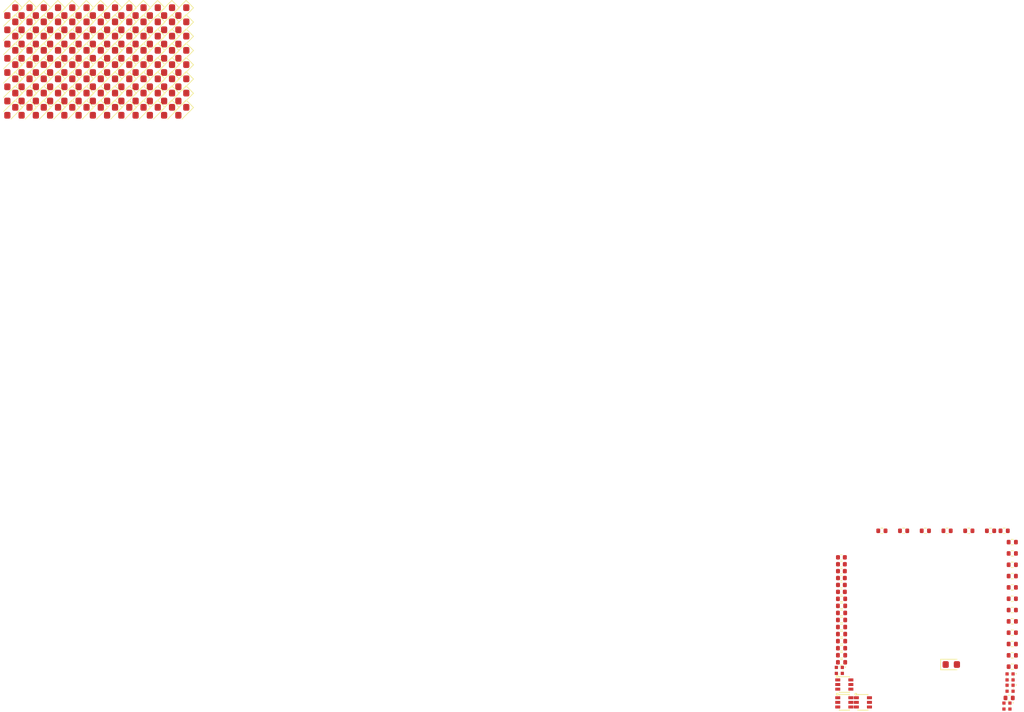
<source format=kicad_pcb>
(kicad_pcb (version 20241229) (generator "pcbnew") (generator_version "9.0")
  (title_block (title "${PCB_NAME}") (date "${CURRENT_DATE}") (rev "${PCB_VERSION}"))
  (layers (0 "F.Cu" signal) (2 "B.Cu" signal) (13 "F.Paste" user) (15 "B.Paste" user) (5 "F.SilkS" user "F.Silkscreen") (7 "B.SilkS" user "B.Silkscreen") (1 "F.Mask" user) (3 "B.Mask" user) (25 "Edge.Cuts" user))
  (net 0 "")
  (net 1 "MCU_LED2_RED")
  (net 2 "LED_MATRIX_1")
  (net 3 "SOC_LED1_RED")
  (net 4 "LED_MATRIX_3_R")
  (net 5 "MCU_LED2_RED_D")
  (net 6 "LED_MATRIX_2_R")
  (net 7 "GND")
  (net 8 "LED_PWR")
  (net 9 "LED_MATRIX_1_R")
  (net 10 "LED_MATRIX_4")
  (net 11 "LED_MATRIX_9")
  (net 12 "MCU_LED2_GRN")
  (net 13 "SOC_LED2_GRN_B")
  (net 14 "MCU_LED2_GRN_D")
  (net 15 "SOC_LED1_GRN")
  (net 16 "PWR_3P3V")
  (net 17 "LED_MATRIX_5")
  (net 18 "SOC_LED1_GRN_C")
  (net 19 "LED_MATRIX_6_R")
  (net 20 "LED_MATRIX_2")
  (net 21 "SOC_LED1_GRN_B")
  (net 22 "SOC_LED2_BLU_B")
  (net 23 "MCU_LED1_BLU_D")
  (net 24 "SOC_LED2_BLU_D")
  (net 25 "SOC_LED1_RED_D")
  (net 26 "SOC_LED2_GRN")
  (net 27 "LED_MATRIX_4_R")
  (net 28 "LED_MATRIX_9_R")
  (net 29 "MCU_LED1_GRN_D")
  (net 30 "LED_MATRIX_8_R")
  (net 31 "LED_MATRIX_5_R")
  (net 32 "SOC_LED1_RED_C")
  (net 33 "SOC_LED2_GRN_D")
  (net 34 "SOC_LED1_BLU_C")
  (net 35 "LED_MATRIX_7_R")
  (net 36 "MCU_LED1_RED_D")
  (net 37 "MCU_LED2_BLU")
  (net 38 "SOC_LED1_BLU_B")
  (net 39 "SOC_LED2_BLU_C")
  (net 40 "SOC_LED2_RED")
  (net 41 "MCU_LED1_RED")
  (net 42 "SOC_LED2_RED_C")
  (net 43 "LED_MATRIX_3")
  (net 44 "SOC_LED1_GRN_D")
  (net 45 "LED_MATRIX_0")
  (net 46 "SOC_LED1_BLU")
  (net 47 "LED_MATRIX_6")
  (net 48 "SOC_LED2_GRN_C")
  (net 49 "MCU_LED2_BLU_D")
  (net 50 "SOC_LED2_RED_D")
  (net 51 "LED_MATRIX_7")
  (net 52 "SOC_LED1_BLU_D")
  (net 53 "MCU_LED1_BLU")
  (net 54 "LED_MATRIX_10")
  (net 55 "SOC_LED2_BLU")
  (net 56 "MCU_LED1_GRN")
  (net 57 "LED_MATRIX_0_R")
  (net 58 "LED_MATRIX_10_R")
  (net 59 "SOC_LED2_RED_B")
  (net 60 "SOC_LED1_RED_B")
  (net 61 "LED_MATRIX_8")
  (footprint "LED_0603_1608Metric:LED_0603_1608Metric" (layer "F.Cu") (at 38.0 20.0 -135)
    (property "Reference" "D2" (hide yes))
    (property "Value" "LED BLUE" (hide yes))
    (pad "1" smd roundrect (at -0.787501 0) (size 0.875 0.95) (layers "F.Cu" "F.Mask" "F.Paste") (net 9 "LED_MATRIX_1_R"))
    (pad "2" smd roundrect (at 0.787501 0) (size 0.875 0.95) (layers "F.Cu" "F.Mask" "F.Paste") (net 4 "LED_MATRIX_3_R"))
  )
  (footprint "LED_0603_1608Metric:LED_0603_1608Metric" (layer "F.Cu") (at 28.0 20.0 -135)
    (property "Reference" "D50" (hide yes))
    (property "Value" "LED BLUE" (hide yes))
    (pad "1" smd roundrect (at -0.787501 0) (size 0.875 0.95) (layers "F.Cu" "F.Mask" "F.Paste") (net 6 "LED_MATRIX_2_R"))
    (pad "2" smd roundrect (at 0.787501 0) (size 0.875 0.95) (layers "F.Cu" "F.Mask" "F.Paste") (net 9 "LED_MATRIX_1_R"))
  )
  (footprint "LED_0603_1608Metric:LED_0603_1608Metric" (layer "F.Cu") (at 20.0 24.0 -135)
    (property "Reference" "D25" (hide yes))
    (property "Value" "LED BLUE" (hide yes))
    (pad "1" smd roundrect (at -0.787501 0) (size 0.875 0.95) (layers "F.Cu" "F.Mask" "F.Paste") (net 31 "LED_MATRIX_5_R"))
    (pad "2" smd roundrect (at 0.787501 0) (size 0.875 0.95) (layers "F.Cu" "F.Mask" "F.Paste") (net 4 "LED_MATRIX_3_R"))
  )
  (footprint "LED_0603_1608Metric:LED_0603_1608Metric" (layer "F.Cu") (at 44.0 22.0 -135)
    (property "Reference" "D24" (hide yes))
    (property "Value" "LED BLUE" (hide yes))
    (pad "1" smd roundrect (at -0.787501 0) (size 0.875 0.95) (layers "F.Cu" "F.Mask" "F.Paste") (net 6 "LED_MATRIX_2_R"))
    (pad "2" smd roundrect (at 0.787501 0) (size 0.875 0.95) (layers "F.Cu" "F.Mask" "F.Paste") (net 31 "LED_MATRIX_5_R"))
  )
  (footprint "R_0402_1005Metric:R_0402_1005Metric" (layer "F.Cu") (at 160.48 102.4575)
    (property "Reference" "R7" (hide yes))
    (property "Value" "22" (hide yes))
    (pad "1" smd roundrect (at -0.51 0) (size 0.54 0.64) (layers "F.Cu" "F.Mask" "F.Paste") (net 17 "LED_MATRIX_5"))
    (pad "2" smd roundrect (at 0.51 0) (size 0.54 0.64) (layers "F.Cu" "F.Mask" "F.Paste") (net 31 "LED_MATRIX_5_R"))
  )
  (footprint "LED_0603_1608Metric:LED_0603_1608Metric" (layer "F.Cu") (at 42.0 22.0 -135)
    (property "Reference" "D23" (hide yes))
    (property "Value" "LED BLUE" (hide yes))
    (pad "1" smd roundrect (at -0.787501 0) (size 0.875 0.95) (layers "F.Cu" "F.Mask" "F.Paste") (net 31 "LED_MATRIX_5_R"))
    (pad "2" smd roundrect (at 0.787501 0) (size 0.875 0.95) (layers "F.Cu" "F.Mask" "F.Paste") (net 6 "LED_MATRIX_2_R"))
  )
  (footprint "SOT-363_L2.0-W1.3-P0.65-LS2.1-TL:SOT-363_L2.0-W1.3-P0.65-LS2.1-TL" (layer "F.Cu") (at 136.905 114.5075)
    (property "Reference" "Q2" (hide yes))
    (property "Value" "?" (hide yes))
    (pad "1" smd rect (at -0.92 -0.65) (size 0.7 0.42) (layers "F.Cu" "F.Mask" "F.Paste") (net 7 "GND"))
    (pad "2" smd rect (at -0.92 0) (size 0.7 0.42) (layers "F.Cu" "F.Mask" "F.Paste") (net 38 "SOC_LED1_BLU_B"))
    (pad "3" smd rect (at -0.92 0.65) (size 0.7 0.42) (layers "F.Cu" "F.Mask" "F.Paste") (net 42 "SOC_LED2_RED_C"))
    (pad "4" smd rect (at 0.92 0.65) (size 0.7 0.42) (layers "F.Cu" "F.Mask" "F.Paste") (net 7 "GND"))
    (pad "5" smd rect (at 0.92 0) (size 0.7 0.42) (layers "F.Cu" "F.Mask" "F.Paste") (net 59 "SOC_LED2_RED_B"))
    (pad "6" smd rect (at 0.92 -0.65) (size 0.7 0.42) (layers "F.Cu" "F.Mask" "F.Paste") (net 34 "SOC_LED1_BLU_C"))
  )
  (footprint "LED_0603_1608Metric:LED_0603_1608Metric" (layer "F.Cu") (at 40.0 32.0 -135)
    (property "Reference" "D93" (hide yes))
    (property "Value" "LED BLUE" (hide yes))
    (pad "1" smd roundrect (at -0.787501 0) (size 0.875 0.95) (layers "F.Cu" "F.Mask" "F.Paste") (net 28 "LED_MATRIX_9_R"))
    (pad "2" smd roundrect (at 0.787501 0) (size 0.875 0.95) (layers "F.Cu" "F.Mask" "F.Paste") (net 30 "LED_MATRIX_8_R"))
  )
  (footprint "LED_0603_1608Metric:LED_0603_1608Metric" (layer "F.Cu") (at 34.0 26.0 -135)
    (property "Reference" "D47" (hide yes))
    (property "Value" "LED BLUE" (hide yes))
    (pad "1" smd roundrect (at -0.787501 0) (size 0.875 0.95) (layers "F.Cu" "F.Mask" "F.Paste") (net 35 "LED_MATRIX_7_R"))
    (pad "2" smd roundrect (at 0.787501 0) (size 0.875 0.95) (layers "F.Cu" "F.Mask" "F.Paste") (net 6 "LED_MATRIX_2_R"))
  )
  (footprint "LED_0603_1608Metric:LED_0603_1608Metric" (layer "F.Cu") (at 26.0 20.0 -135)
    (property "Reference" "D39" (hide yes))
    (property "Value" "LED BLUE" (hide yes))
    (pad "1" smd roundrect (at -0.787501 0) (size 0.875 0.95) (layers "F.Cu" "F.Mask" "F.Paste") (net 57 "LED_MATRIX_0_R"))
    (pad "2" smd roundrect (at 0.787501 0) (size 0.875 0.95) (layers "F.Cu" "F.Mask" "F.Paste") (net 6 "LED_MATRIX_2_R"))
  )
  (footprint "SOT-363_L2.0-W1.3-P0.65-LS2.1-TL:SOT-363_L2.0-W1.3-P0.65-LS2.1-TL" (layer "F.Cu") (at 136.905 117.0125)
    (property "Reference" "Q1" (hide yes))
    (property "Value" "?" (hide yes))
    (pad "1" smd rect (at -0.92 -0.65) (size 0.7 0.42) (layers "F.Cu" "F.Mask" "F.Paste") (net 7 "GND"))
    (pad "2" smd rect (at -0.92 0) (size 0.7 0.42) (layers "F.Cu" "F.Mask" "F.Paste") (net 60 "SOC_LED1_RED_B"))
    (pad "3" smd rect (at -0.92 0.65) (size 0.7 0.42) (layers "F.Cu" "F.Mask" "F.Paste") (net 32 "SOC_LED1_RED_C"))
    (pad "4" smd rect (at 0.92 0.65) (size 0.7 0.42) (layers "F.Cu" "F.Mask" "F.Paste") (net 7 "GND"))
    (pad "5" smd rect (at 0.92 0) (size 0.7 0.42) (layers "F.Cu" "F.Mask" "F.Paste") (net 21 "SOC_LED1_GRN_B"))
    (pad "6" smd rect (at 0.92 -0.65) (size 0.7 0.42) (layers "F.Cu" "F.Mask" "F.Paste") (net 18 "SOC_LED1_GRN_C"))
  )
  (footprint "LED_0603_1608Metric:LED_0603_1608Metric" (layer "F.Cu") (at 42.0 34.0 -135)
    (property "Reference" "D6" (hide yes))
    (property "Value" "LED BLUE" (hide yes))
    (pad "1" smd roundrect (at -0.787501 0) (size 0.875 0.95) (layers "F.Cu" "F.Mask" "F.Paste") (net 58 "LED_MATRIX_10_R"))
    (pad "2" smd roundrect (at 0.787501 0) (size 0.875 0.95) (layers "F.Cu" "F.Mask" "F.Paste") (net 19 "LED_MATRIX_6_R"))
  )
  (footprint "LED_0603_1608Metric:LED_0603_1608Metric" (layer "F.Cu") (at 22.0 22.0 -135)
    (property "Reference" "D12" (hide yes))
    (property "Value" "LED BLUE" (hide yes))
    (pad "1" smd roundrect (at -0.787501 0) (size 0.875 0.95) (layers "F.Cu" "F.Mask" "F.Paste") (net 27 "LED_MATRIX_4_R"))
    (pad "2" smd roundrect (at 0.787501 0) (size 0.875 0.95) (layers "F.Cu" "F.Mask" "F.Paste") (net 9 "LED_MATRIX_1_R"))
  )
  (footprint "LED_0603_1608Metric:LED_0603_1608Metric" (layer "F.Cu") (at 20.0 30.0 -135)
    (property "Reference" "D68" (hide yes))
    (property "Value" "LED BLUE" (hide yes))
    (pad "1" smd roundrect (at -0.787501 0) (size 0.875 0.95) (layers "F.Cu" "F.Mask" "F.Paste") (net 27 "LED_MATRIX_4_R"))
    (pad "2" smd roundrect (at 0.787501 0) (size 0.875 0.95) (layers "F.Cu" "F.Mask" "F.Paste") (net 30 "LED_MATRIX_8_R"))
  )
  (footprint "R_0402_1005Metric:R_0402_1005Metric" (layer "F.Cu") (at 142.18 92.9175)
    (property "Reference" "R12" (hide yes))
    (property "Value" "330" (hide yes))
    (pad "1" smd roundrect (at -0.51 0) (size 0.54 0.64) (layers "F.Cu" "F.Mask" "F.Paste") (net 16 "PWR_3P3V"))
    (pad "2" smd roundrect (at 0.51 0) (size 0.54 0.64) (layers "F.Cu" "F.Mask" "F.Paste") (net 8 "LED_PWR"))
  )
  (footprint "R_0402_1005Metric:R_0402_1005Metric" (layer "F.Cu") (at 148.28 92.9175)
    (property "Reference" "R14" (hide yes))
    (property "Value" "1.1k 1%" (hide yes))
    (pad "1" smd roundrect (at -0.51 0) (size 0.54 0.64) (layers "F.Cu" "F.Mask" "F.Paste") (net 29 "MCU_LED1_GRN_D"))
    (pad "2" smd roundrect (at 0.51 0) (size 0.54 0.64) (layers "F.Cu" "F.Mask" "F.Paste") (net 56 "MCU_LED1_GRN"))
  )
  (footprint "C_0402_1005Metric:C_0402_1005Metric" (layer "F.Cu") (at 136.5 97.6125)
    (property "Reference" "C5" (hide yes))
    (property "Value" "100nF 10V" (hide yes))
    (pad "1" smd roundrect (at -0.48 0) (size 0.56 0.62) (layers "F.Cu" "F.Mask" "F.Paste") (net 13 "SOC_LED2_GRN_B"))
    (pad "2" smd roundrect (at 0.48 0) (size 0.56 0.62) (layers "F.Cu" "F.Mask" "F.Paste") (net 7 "GND"))
  )
  (footprint "LED_0603_1608Metric:LED_0603_1608Metric" (layer "F.Cu") (at 34.0 20.0 -135)
    (property "Reference" "D83" (hide yes))
    (property "Value" "LED BLUE" (hide yes))
    (pad "1" smd roundrect (at -0.787501 0) (size 0.875 0.95) (layers "F.Cu" "F.Mask" "F.Paste") (net 57 "LED_MATRIX_0_R"))
    (pad "2" smd roundrect (at 0.787501 0) (size 0.875 0.95) (layers "F.Cu" "F.Mask" "F.Paste") (net 4 "LED_MATRIX_3_R"))
  )
  (footprint "C_0402_1005Metric:C_0402_1005Metric" (layer "F.Cu") (at 136.5 99.5525)
    (property "Reference" "C3" (hide yes))
    (property "Value" "100nF 10V" (hide yes))
    (pad "1" smd roundrect (at -0.48 0) (size 0.56 0.62) (layers "F.Cu" "F.Mask" "F.Paste") (net 60 "SOC_LED1_RED_B"))
    (pad "2" smd roundrect (at 0.48 0) (size 0.56 0.62) (layers "F.Cu" "F.Mask" "F.Paste") (net 7 "GND"))
  )
  (footprint "LED_0603_1608Metric:LED_0603_1608Metric" (layer "F.Cu") (at 36.0 22.0 -135)
    (property "Reference" "D20" (hide yes))
    (property "Value" "LED BLUE" (hide yes))
    (pad "1" smd roundrect (at -0.787501 0) (size 0.875 0.95) (layers "F.Cu" "F.Mask" "F.Paste") (net 57 "LED_MATRIX_0_R"))
    (pad "2" smd roundrect (at 0.787501 0) (size 0.875 0.95) (layers "F.Cu" "F.Mask" "F.Paste") (net 31 "LED_MATRIX_5_R"))
  )
  (footprint "LED_0603_1608Metric:LED_0603_1608Metric" (layer "F.Cu") (at 28.0 26.0 -135)
    (property "Reference" "D44" (hide yes))
    (property "Value" "LED BLUE" (hide yes))
    (pad "1" smd roundrect (at -0.787501 0) (size 0.875 0.95) (layers "F.Cu" "F.Mask" "F.Paste") (net 57 "LED_MATRIX_0_R"))
    (pad "2" smd roundrect (at 0.787501 0) (size 0.875 0.95) (layers "F.Cu" "F.Mask" "F.Paste") (net 35 "LED_MATRIX_7_R"))
  )
  (footprint "C_0402_1005Metric:C_0402_1005Metric" (layer "F.Cu") (at 136.5 100.5225)
    (property "Reference" "C2" (hide yes))
    (property "Value" "100nF 10V" (hide yes))
    (pad "1" smd roundrect (at -0.48 0) (size 0.56 0.62) (layers "F.Cu" "F.Mask" "F.Paste") (net 21 "SOC_LED1_GRN_B"))
    (pad "2" smd roundrect (at 0.48 0) (size 0.56 0.62) (layers "F.Cu" "F.Mask" "F.Paste") (net 7 "GND"))
  )
  (footprint "LED_0603_1608Metric:LED_0603_1608Metric" (layer "F.Cu") (at 40.0 30.0 -135)
    (property "Reference" "D79" (hide yes))
    (property "Value" "LED BLUE" (hide yes))
    (pad "1" smd roundrect (at -0.787501 0) (size 0.875 0.95) (layers "F.Cu" "F.Mask" "F.Paste") (net 9 "LED_MATRIX_1_R"))
    (pad "2" smd roundrect (at 0.787501 0) (size 0.875 0.95) (layers "F.Cu" "F.Mask" "F.Paste") (net 28 "LED_MATRIX_9_R"))
  )
  (footprint "LED_0603_1608Metric:LED_0603_1608Metric" (layer "F.Cu") (at 38.0 24.0 -135)
    (property "Reference" "D35" (hide yes))
    (property "Value" "LED BLUE" (hide yes))
    (pad "1" smd roundrect (at -0.787501 0) (size 0.875 0.95) (layers "F.Cu" "F.Mask" "F.Paste") (net 6 "LED_MATRIX_2_R"))
    (pad "2" smd roundrect (at 0.787501 0) (size 0.875 0.95) (layers "F.Cu" "F.Mask" "F.Paste") (net 19 "LED_MATRIX_6_R"))
  )
  (footprint "LED_0603_1608Metric:LED_0603_1608Metric" (layer "F.Cu") (at 22.0 24.0 -135)
    (property "Reference" "D26" (hide yes))
    (property "Value" "LED BLUE" (hide yes))
    (pad "1" smd roundrect (at -0.787501 0) (size 0.875 0.95) (layers "F.Cu" "F.Mask" "F.Paste") (net 4 "LED_MATRIX_3_R"))
    (pad "2" smd roundrect (at 0.787501 0) (size 0.875 0.95) (layers "F.Cu" "F.Mask" "F.Paste") (net 31 "LED_MATRIX_5_R"))
  )
  (footprint "R_0402_1005Metric:R_0402_1005Metric" (layer "F.Cu") (at 154.38 92.9175)
    (property "Reference" "R16" (hide yes))
    (property "Value" "1.1k 1%" (hide yes))
    (pad "1" smd roundrect (at -0.51 0) (size 0.54 0.64) (layers "F.Cu" "F.Mask" "F.Paste") (net 49 "MCU_LED2_BLU_D"))
    (pad "2" smd roundrect (at 0.51 0) (size 0.54 0.64) (layers "F.Cu" "F.Mask" "F.Paste") (net 37 "MCU_LED2_BLU"))
  )
  (footprint "LED_0603_1608Metric:LED_0603_1608Metric" (layer "F.Cu") (at 24.0 34.0 -135)
    (property "Reference" "D99" (hide yes))
    (property "Value" "LED BLUE" (hide yes))
    (pad "1" smd roundrect (at -0.787501 0) (size 0.875 0.95) (layers "F.Cu" "F.Mask" "F.Paste") (net 9 "LED_MATRIX_1_R"))
    (pad "2" smd roundrect (at 0.787501 0) (size 0.875 0.95) (layers "F.Cu" "F.Mask" "F.Paste") (net 58 "LED_MATRIX_10_R"))
  )
  (footprint "LED_0603_1608Metric:LED_0603_1608Metric" (layer "F.Cu") (at 40.0 24.0 -135)
    (property "Reference" "D36" (hide yes))
    (property "Value" "LED BLUE" (hide yes))
    (pad "1" smd roundrect (at -0.787501 0) (size 0.875 0.95) (layers "F.Cu" "F.Mask" "F.Paste") (net 19 "LED_MATRIX_6_R"))
    (pad "2" smd roundrect (at 0.787501 0) (size 0.875 0.95) (layers "F.Cu" "F.Mask" "F.Paste") (net 4 "LED_MATRIX_3_R"))
  )
  (footprint "LED_0603_1608Metric:LED_0603_1608Metric" (layer "F.Cu") (at 28.0 32.0 -135)
    (property "Reference" "D87" (hide yes))
    (property "Value" "LED BLUE" (hide yes))
    (pad "1" smd roundrect (at -0.787501 0) (size 0.875 0.95) (layers "F.Cu" "F.Mask" "F.Paste") (net 28 "LED_MATRIX_9_R"))
    (pad "2" smd roundrect (at 0.787501 0) (size 0.875 0.95) (layers "F.Cu" "F.Mask" "F.Paste") (net 31 "LED_MATRIX_5_R"))
  )
  (footprint "R_0402_1005Metric:R_0402_1005Metric" (layer "F.Cu") (at 160.48 110.4075)
    (property "Reference" "R2" (hide yes))
    (property "Value" "22" (hide yes))
    (pad "1" smd roundrect (at -0.51 0) (size 0.54 0.64) (layers "F.Cu" "F.Mask" "F.Paste") (net 2 "LED_MATRIX_1"))
    (pad "2" smd roundrect (at 0.51 0) (size 0.54 0.64) (layers "F.Cu" "F.Mask" "F.Paste") (net 9 "LED_MATRIX_1_R"))
  )
  (footprint "LED_0603_1608Metric:LED_0603_1608Metric" (layer "F.Cu") (at 34.0 32.0 -135)
    (property "Reference" "D90" (hide yes))
    (property "Value" "LED BLUE" (hide yes))
    (pad "1" smd roundrect (at -0.787501 0) (size 0.875 0.95) (layers "F.Cu" "F.Mask" "F.Paste") (net 19 "LED_MATRIX_6_R"))
    (pad "2" smd roundrect (at 0.787501 0) (size 0.875 0.95) (layers "F.Cu" "F.Mask" "F.Paste") (net 28 "LED_MATRIX_9_R"))
  )
  (footprint "LED_0603_1608Metric:LED_0603_1608Metric" (layer "F.Cu") (at 30.0 32.0 -135)
    (property "Reference" "D88" (hide yes))
    (property "Value" "LED BLUE" (hide yes))
    (pad "1" smd roundrect (at -0.787501 0) (size 0.875 0.95) (layers "F.Cu" "F.Mask" "F.Paste") (net 31 "LED_MATRIX_5_R"))
    (pad "2" smd roundrect (at 0.787501 0) (size 0.875 0.95) (layers "F.Cu" "F.Mask" "F.Paste") (net 28 "LED_MATRIX_9_R"))
  )
  (footprint "LED-SMD_4P-L1.0-W1.0-TR_RGB:LED-SMD_4P-L1.0-W1.0-TR_RGB" (layer "F.Cu") (at 160.17 115.0275)
    (property "Reference" "LED3" (hide yes))
    (property "Value" "?" (hide yes))
    (pad "1" smd rect (at 0.42 -0.42 180) (size 0.45 0.45) (layers "F.Cu" "F.Mask" "F.Paste") (net 16 "PWR_3P3V"))
    (pad "2" smd rect (at 0.42 0.42 180) (size 0.45 0.45) (layers "F.Cu" "F.Mask" "F.Paste") (net 25 "SOC_LED1_RED_D"))
    (pad "3" smd rect (at -0.42 0.42 180) (size 0.45 0.45) (layers "F.Cu" "F.Mask" "F.Paste") (net 52 "SOC_LED1_BLU_D"))
    (pad "4" smd rect (at -0.42 -0.42 180) (size 0.45 0.45) (layers "F.Cu" "F.Mask" "F.Paste") (net 44 "SOC_LED1_GRN_D"))
  )
  (footprint "LED_0603_1608Metric:LED_0603_1608Metric" (layer "F.Cu") (at 38.0 28.0 -135)
    (property "Reference" "D64" (hide yes))
    (property "Value" "LED BLUE" (hide yes))
    (pad "1" smd roundrect (at -0.787501 0) (size 0.875 0.95) (layers "F.Cu" "F.Mask" "F.Paste") (net 6 "LED_MATRIX_2_R"))
    (pad "2" smd roundrect (at 0.787501 0) (size 0.875 0.95) (layers "F.Cu" "F.Mask" "F.Paste") (net 30 "LED_MATRIX_8_R"))
  )
  (footprint "LED_0603_1608Metric:LED_0603_1608Metric" (layer "F.Cu") (at 24.0 28.0 -135)
    (property "Reference" "D56" (hide yes))
    (property "Value" "LED BLUE" (hide yes))
    (pad "1" smd roundrect (at -0.787501 0) (size 0.875 0.95) (layers "F.Cu" "F.Mask" "F.Paste") (net 35 "LED_MATRIX_7_R"))
    (pad "2" smd roundrect (at 0.787501 0) (size 0.875 0.95) (layers "F.Cu" "F.Mask" "F.Paste") (net 19 "LED_MATRIX_6_R"))
  )
  (footprint "LED_0603_1608Metric:LED_0603_1608Metric" (layer "F.Cu") (at 24.0 24.0 -135)
    (property "Reference" "D27" (hide yes))
    (property "Value" "LED BLUE" (hide yes))
    (pad "1" smd roundrect (at -0.787501 0) (size 0.875 0.95) (layers "F.Cu" "F.Mask" "F.Paste") (net 31 "LED_MATRIX_5_R"))
    (pad "2" smd roundrect (at 0.787501 0) (size 0.875 0.95) (layers "F.Cu" "F.Mask" "F.Paste") (net 27 "LED_MATRIX_4_R"))
  )
  (footprint "LED_0603_1608Metric:LED_0603_1608Metric" (layer "F.Cu") (at 42.0 24.0 -135)
    (property "Reference" "D37" (hide yes))
    (property "Value" "LED BLUE" (hide yes))
    (pad "1" smd roundrect (at -0.787501 0) (size 0.875 0.95) (layers "F.Cu" "F.Mask" "F.Paste") (net 4 "LED_MATRIX_3_R"))
    (pad "2" smd roundrect (at 0.787501 0) (size 0.875 0.95) (layers "F.Cu" "F.Mask" "F.Paste") (net 19 "LED_MATRIX_6_R"))
  )
  (footprint "LED_0603_1608Metric:LED_0603_1608Metric" (layer "F.Cu") (at 36.0 24.0 -135)
    (property "Reference" "D34" (hide yes))
    (property "Value" "LED BLUE" (hide yes))
    (pad "1" smd roundrect (at -0.787501 0) (size 0.875 0.95) (layers "F.Cu" "F.Mask" "F.Paste") (net 19 "LED_MATRIX_6_R"))
    (pad "2" smd roundrect (at 0.787501 0) (size 0.875 0.95) (layers "F.Cu" "F.Mask" "F.Paste") (net 6 "LED_MATRIX_2_R"))
  )
  (footprint "LED_0603_1608Metric:LED_0603_1608Metric" (layer "F.Cu") (at 26.0 34.0 -135)
    (property "Reference" "D100" (hide yes))
    (property "Value" "LED BLUE" (hide yes))
    (pad "1" smd roundrect (at -0.787501 0) (size 0.875 0.95) (layers "F.Cu" "F.Mask" "F.Paste") (net 58 "LED_MATRIX_10_R"))
    (pad "2" smd roundrect (at 0.787501 0) (size 0.875 0.95) (layers "F.Cu" "F.Mask" "F.Paste") (net 6 "LED_MATRIX_2_R"))
  )
  (footprint "R_0402_1005Metric:R_0402_1005Metric" (layer "F.Cu") (at 145.23 92.9175)
    (property "Reference" "R13" (hide yes))
    (property "Value" "1.1k 1%" (hide yes))
    (pad "1" smd roundrect (at -0.51 0) (size 0.54 0.64) (layers "F.Cu" "F.Mask" "F.Paste") (net 23 "MCU_LED1_BLU_D"))
    (pad "2" smd roundrect (at 0.51 0) (size 0.54 0.64) (layers "F.Cu" "F.Mask" "F.Paste") (net 53 "MCU_LED1_BLU"))
  )
  (footprint "R_0402_1005Metric:R_0402_1005Metric" (layer "F.Cu") (at 136.52 110.3925)
    (property "Reference" "R22" (hide yes))
    (property "Value" "1.1k 1%" (hide yes))
    (pad "1" smd roundrect (at -0.51 0) (size 0.54 0.64) (layers "F.Cu" "F.Mask" "F.Paste") (net 44 "SOC_LED1_GRN_D"))
    (pad "2" smd roundrect (at 0.51 0) (size 0.54 0.64) (layers "F.Cu" "F.Mask" "F.Paste") (net 18 "SOC_LED1_GRN_C"))
  )
  (footprint "LED_0603_1608Metric:LED_0603_1608Metric" (layer "F.Cu") (at 34.0 34.0 -135)
    (property "Reference" "D104" (hide yes))
    (property "Value" "LED BLUE" (hide yes))
    (pad "1" smd roundrect (at -0.787501 0) (size 0.875 0.95) (layers "F.Cu" "F.Mask" "F.Paste") (net 58 "LED_MATRIX_10_R"))
    (pad "2" smd roundrect (at 0.787501 0) (size 0.875 0.95) (layers "F.Cu" "F.Mask" "F.Paste") (net 27 "LED_MATRIX_4_R"))
  )
  (footprint "R_0402_1005Metric:R_0402_1005Metric" (layer "F.Cu") (at 160.48 97.6875)
    (property "Reference" "R10" (hide yes))
    (property "Value" "22" (hide yes))
    (pad "1" smd roundrect (at -0.51 0) (size 0.54 0.64) (layers "F.Cu" "F.Mask" "F.Paste") (net 61 "LED_MATRIX_8"))
    (pad "2" smd roundrect (at 0.51 0) (size 0.54 0.64) (layers "F.Cu" "F.Mask" "F.Paste") (net 30 "LED_MATRIX_8_R"))
  )
  (footprint "LED_0603_1608Metric:LED_0603_1608Metric" (layer "F.Cu") (at 32.0 32.0 -135)
    (property "Reference" "D89" (hide yes))
    (property "Value" "LED BLUE" (hide yes))
    (pad "1" smd roundrect (at -0.787501 0) (size 0.875 0.95) (layers "F.Cu" "F.Mask" "F.Paste") (net 28 "LED_MATRIX_9_R"))
    (pad "2" smd roundrect (at 0.787501 0) (size 0.875 0.95) (layers "F.Cu" "F.Mask" "F.Paste") (net 19 "LED_MATRIX_6_R"))
  )
  (footprint "R_0402_1005Metric:R_0402_1005Metric" (layer "F.Cu") (at 160.48 99.2775)
    (property "Reference" "R9" (hide yes))
    (property "Value" "22" (hide yes))
    (pad "1" smd roundrect (at -0.51 0) (size 0.54 0.64) (layers "F.Cu" "F.Mask" "F.Paste") (net 51 "LED_MATRIX_7"))
    (pad "2" smd roundrect (at 0.51 0) (size 0.54 0.64) (layers "F.Cu" "F.Mask" "F.Paste") (net 35 "LED_MATRIX_7_R"))
  )
  (footprint "R_0402_1005Metric:R_0402_1005Metric" (layer "F.Cu") (at 157.43 92.9175)
    (property "Reference" "R17" (hide yes))
    (property "Value" "1.1k 1%" (hide yes))
    (pad "1" smd roundrect (at -0.51 0) (size 0.54 0.64) (layers "F.Cu" "F.Mask" "F.Paste") (net 14 "MCU_LED2_GRN_D"))
    (pad "2" smd roundrect (at 0.51 0) (size 0.54 0.64) (layers "F.Cu" "F.Mask" "F.Paste") (net 12 "MCU_LED2_GRN"))
  )
  (footprint "LED_0603_1608Metric:LED_0603_1608Metric" (layer "F.Cu") (at 36.0 28.0 -135)
    (property "Reference" "D63" (hide yes))
    (property "Value" "LED BLUE" (hide yes))
    (pad "1" smd roundrect (at -0.787501 0) (size 0.875 0.95) (layers "F.Cu" "F.Mask" "F.Paste") (net 30 "LED_MATRIX_8_R"))
    (pad "2" smd roundrect (at 0.787501 0) (size 0.875 0.95) (layers "F.Cu" "F.Mask" "F.Paste") (net 6 "LED_MATRIX_2_R"))
  )
  (footprint "LED_0603_1608Metric:LED_0603_1608Metric" (layer "F.Cu") (at 26.0 30.0 -135)
    (property "Reference" "D71" (hide yes))
    (property "Value" "LED BLUE" (hide yes))
    (pad "1" smd roundrect (at -0.787501 0) (size 0.875 0.95) (layers "F.Cu" "F.Mask" "F.Paste") (net 30 "LED_MATRIX_8_R"))
    (pad "2" smd roundrect (at 0.787501 0) (size 0.875 0.95) (layers "F.Cu" "F.Mask" "F.Paste") (net 19 "LED_MATRIX_6_R"))
  )
  (footprint "LED_0603_1608Metric:LED_0603_1608Metric" (layer "F.Cu") (at 34.0 28.0 -135)
    (property "Reference" "D62" (hide yes))
    (property "Value" "LED BLUE" (hide yes))
    (pad "1" smd roundrect (at -0.787501 0) (size 0.875 0.95) (layers "F.Cu" "F.Mask" "F.Paste") (net 9 "LED_MATRIX_1_R"))
    (pad "2" smd roundrect (at 0.787501 0) (size 0.875 0.95) (layers "F.Cu" "F.Mask" "F.Paste") (net 30 "LED_MATRIX_8_R"))
  )
  (footprint "C_0402_1005Metric:C_0402_1005Metric" (layer "F.Cu") (at 136.5 98.5825)
    (property "Reference" "C4" (hide yes))
    (property "Value" "100nF 10V" (hide yes))
    (pad "1" smd roundrect (at -0.48 0) (size 0.56 0.62) (layers "F.Cu" "F.Mask" "F.Paste") (net 22 "SOC_LED2_BLU_B"))
    (pad "2" smd roundrect (at 0.48 0) (size 0.56 0.62) (layers "F.Cu" "F.Mask" "F.Paste") (net 7 "GND"))
  )
  (footprint "LED_0603_1608Metric:LED_0603_1608Metric" (layer "F.Cu") (at 38.0 32.0 -135)
    (property "Reference" "D92" (hide yes))
    (property "Value" "LED BLUE" (hide yes))
    (pad "1" smd roundrect (at -0.787501 0) (size 0.875 0.95) (layers "F.Cu" "F.Mask" "F.Paste") (net 35 "LED_MATRIX_7_R"))
    (pad "2" smd roundrect (at 0.787501 0) (size 0.875 0.95) (layers "F.Cu" "F.Mask" "F.Paste") (net 28 "LED_MATRIX_9_R"))
  )
  (footprint "LED_0603_1608Metric:LED_0603_1608Metric" (layer "F.Cu") (at 24.0 26.0 -135)
    (property "Reference" "D42" (hide yes))
    (property "Value" "LED BLUE" (hide yes))
    (pad "1" smd roundrect (at -0.787501 0) (size 0.875 0.95) (layers "F.Cu" "F.Mask" "F.Paste") (net 31 "LED_MATRIX_5_R"))
    (pad "2" smd roundrect (at 0.787501 0) (size 0.875 0.95) (layers "F.Cu" "F.Mask" "F.Paste") (net 19 "LED_MATRIX_6_R"))
  )
  (footprint "R_0402_1005Metric:R_0402_1005Metric" (layer "F.Cu") (at 136.52 103.4625)
    (property "Reference" "R29" (hide yes))
    (property "Value" "1k" (hide yes))
    (pad "1" smd roundrect (at -0.51 0) (size 0.54 0.64) (layers "F.Cu" "F.Mask" "F.Paste") (net 40 "SOC_LED2_RED"))
    (pad "2" smd roundrect (at 0.51 0) (size 0.54 0.64) (layers "F.Cu" "F.Mask" "F.Paste") (net 59 "SOC_LED2_RED_B"))
  )
  (footprint "LED_0603_1608Metric:LED_0603_1608Metric" (layer "F.Cu") (at 20.0 26.0 -135)
    (property "Reference" "D40" (hide yes))
    (property "Value" "LED BLUE" (hide yes))
    (pad "1" smd roundrect (at -0.787501 0) (size 0.875 0.95) (layers "F.Cu" "F.Mask" "F.Paste") (net 27 "LED_MATRIX_4_R"))
    (pad "2" smd roundrect (at 0.787501 0) (size 0.875 0.95) (layers "F.Cu" "F.Mask" "F.Paste") (net 19 "LED_MATRIX_6_R"))
  )
  (footprint "R_0402_1005Metric:R_0402_1005Metric" (layer "F.Cu") (at 136.52 108.4125)
    (property "Reference" "R24" (hide yes))
    (property "Value" "1.1k 1%" (hide yes))
    (pad "1" smd roundrect (at -0.51 0) (size 0.54 0.64) (layers "F.Cu" "F.Mask" "F.Paste") (net 25 "SOC_LED1_RED_D"))
    (pad "2" smd roundrect (at 0.51 0) (size 0.54 0.64) (layers "F.Cu" "F.Mask" "F.Paste") (net 32 "SOC_LED1_RED_C"))
  )
  (footprint "LED_0603_1608Metric:LED_0603_1608Metric" (layer "F.Cu") (at 38.0 30.0 -135)
    (property "Reference" "D78" (hide yes))
    (property "Value" "LED BLUE" (hide yes))
    (pad "1" smd roundrect (at -0.787501 0) (size 0.875 0.95) (layers "F.Cu" "F.Mask" "F.Paste") (net 28 "LED_MATRIX_9_R"))
    (pad "2" smd roundrect (at 0.787501 0) (size 0.875 0.95) (layers "F.Cu" "F.Mask" "F.Paste") (net 9 "LED_MATRIX_1_R"))
  )
  (footprint "LED_0603_1608Metric:LED_0603_1608Metric" (layer "F.Cu") (at 44.0 20.0 -135)
    (property "Reference" "D10" (hide yes))
    (property "Value" "LED BLUE" (hide yes))
    (pad "1" smd roundrect (at -0.787501 0) (size 0.875 0.95) (layers "F.Cu" "F.Mask" "F.Paste") (net 27 "LED_MATRIX_4_R"))
    (pad "2" smd roundrect (at 0.787501 0) (size 0.875 0.95) (layers "F.Cu" "F.Mask" "F.Paste") (net 57 "LED_MATRIX_0_R"))
  )
  (footprint "LED_0603_1608Metric:LED_0603_1608Metric" (layer "F.Cu") (at 30.0 34.0 -135)
    (property "Reference" "D102" (hide yes))
    (property "Value" "LED BLUE" (hide yes))
    (pad "1" smd roundrect (at -0.787501 0) (size 0.875 0.95) (layers "F.Cu" "F.Mask" "F.Paste") (net 58 "LED_MATRIX_10_R"))
    (pad "2" smd roundrect (at 0.787501 0) (size 0.875 0.95) (layers "F.Cu" "F.Mask" "F.Paste") (net 4 "LED_MATRIX_3_R"))
  )
  (footprint "LED_0603_1608Metric:LED_0603_1608Metric" (layer "F.Cu") (at 24.0 30.0 -135)
    (property "Reference" "D70" (hide yes))
    (property "Value" "LED BLUE" (hide yes))
    (pad "1" smd roundrect (at -0.787501 0) (size 0.875 0.95) (layers "F.Cu" "F.Mask" "F.Paste") (net 31 "LED_MATRIX_5_R"))
    (pad "2" smd roundrect (at 0.787501 0) (size 0.875 0.95) (layers "F.Cu" "F.Mask" "F.Paste") (net 30 "LED_MATRIX_8_R"))
  )
  (footprint "LED_0603_1608Metric:LED_0603_1608Metric" (layer "F.Cu") (at 32.0 34.0 -135)
    (property "Reference" "D103" (hide yes))
    (property "Value" "LED BLUE" (hide yes))
    (pad "1" smd roundrect (at -0.787501 0) (size 0.875 0.95) (layers "F.Cu" "F.Mask" "F.Paste") (net 4 "LED_MATRIX_3_R"))
    (pad "2" smd roundrect (at 0.787501 0) (size 0.875 0.95) (layers "F.Cu" "F.Mask" "F.Paste") (net 58 "LED_MATRIX_10_R"))
  )
  (footprint "LED_0603_1608Metric:LED_0603_1608Metric" (layer "F.Cu") (at 26.0 26.0 -135)
    (property "Reference" "D105" (hide yes))
    (property "Value" "LED GREEN" (hide yes))
    (pad "1" smd roundrect (at -0.787501 0) (size 0.875 0.95) (layers "F.Cu" "F.Mask" "F.Paste") (net 7 "GND"))
    (pad "2" smd roundrect (at 0.787501 0) (size 0.875 0.95) (layers "F.Cu" "F.Mask" "F.Paste") (net 8 "LED_PWR"))
  )
  (footprint "LED_0603_1608Metric:LED_0603_1608Metric" (layer "F.Cu") (at 151.92 111.6975)
    (property "Reference" "D43" (hide yes))
    (property "Value" "LED BLUE" (hide yes))
    (pad "1" smd roundrect (at -0.7875 0) (size 0.875 0.95) (layers "F.Cu" "F.Mask" "F.Paste") (net 35 "LED_MATRIX_7_R"))
    (pad "2" smd roundrect (at 0.7875 0) (size 0.875 0.95) (layers "F.Cu" "F.Mask" "F.Paste") (net 57 "LED_MATRIX_0_R"))
  )
  (footprint "LED_0603_1608Metric:LED_0603_1608Metric" (layer "F.Cu") (at 40.0 34.0 -135)
    (property "Reference" "D5" (hide yes))
    (property "Value" "LED BLUE" (hide yes))
    (pad "1" smd roundrect (at -0.787501 0) (size 0.875 0.95) (layers "F.Cu" "F.Mask" "F.Paste") (net 31 "LED_MATRIX_5_R"))
    (pad "2" smd roundrect (at 0.787501 0) (size 0.875 0.95) (layers "F.Cu" "F.Mask" "F.Paste") (net 58 "LED_MATRIX_10_R"))
  )
  (footprint "R_0402_1005Metric:R_0402_1005Metric" (layer "F.Cu") (at 136.52 106.4325)
    (property "Reference" "R26" (hide yes))
    (property "Value" "1.1k 1%" (hide yes))
    (pad "1" smd roundrect (at -0.51 0) (size 0.54 0.64) (layers "F.Cu" "F.Mask" "F.Paste") (net 24 "SOC_LED2_BLU_D"))
    (pad "2" smd roundrect (at 0.51 0) (size 0.54 0.64) (layers "F.Cu" "F.Mask" "F.Paste") (net 39 "SOC_LED2_BLU_C"))
  )
  (footprint "LED_0603_1608Metric:LED_0603_1608Metric" (layer "F.Cu") (at 22.0 32.0 -135)
    (property "Reference" "D84" (hide yes))
    (property "Value" "LED BLUE" (hide yes))
    (pad "1" smd roundrect (at -0.787501 0) (size 0.875 0.95) (layers "F.Cu" "F.Mask" "F.Paste") (net 4 "LED_MATRIX_3_R"))
    (pad "2" smd roundrect (at 0.787501 0) (size 0.875 0.95) (layers "F.Cu" "F.Mask" "F.Paste") (net 28 "LED_MATRIX_9_R"))
  )
  (footprint "LED_0603_1608Metric:LED_0603_1608Metric" (layer "F.Cu") (at 36.0 20.0 -135)
    (property "Reference" "D94" (hide yes))
    (property "Value" "LED BLUE" (hide yes))
    (pad "1" smd roundrect (at -0.787501 0) (size 0.875 0.95) (layers "F.Cu" "F.Mask" "F.Paste") (net 4 "LED_MATRIX_3_R"))
    (pad "2" smd roundrect (at 0.787501 0) (size 0.875 0.95) (layers "F.Cu" "F.Mask" "F.Paste") (net 9 "LED_MATRIX_1_R"))
  )
  (footprint "SOT-363_L2.0-W1.3-P0.65-LS2.1-TL:SOT-363_L2.0-W1.3-P0.65-LS2.1-TL" (layer "F.Cu") (at 139.515 117.0125)
    (property "Reference" "Q3" (hide yes))
    (property "Value" "?" (hide yes))
    (pad "1" smd rect (at -0.92 -0.65) (size 0.7 0.42) (layers "F.Cu" "F.Mask" "F.Paste") (net 7 "GND"))
    (pad "2" smd rect (at -0.92 0) (size 0.7 0.42) (layers "F.Cu" "F.Mask" "F.Paste") (net 13 "SOC_LED2_GRN_B"))
    (pad "3" smd rect (at -0.92 0.65) (size 0.7 0.42) (layers "F.Cu" "F.Mask" "F.Paste") (net 39 "SOC_LED2_BLU_C"))
    (pad "4" smd rect (at 0.92 0.65) (size 0.7 0.42) (layers "F.Cu" "F.Mask" "F.Paste") (net 7 "GND"))
    (pad "5" smd rect (at 0.92 0) (size 0.7 0.42) (layers "F.Cu" "F.Mask" "F.Paste") (net 22 "SOC_LED2_BLU_B"))
    (pad "6" smd rect (at 0.92 -0.65) (size 0.7 0.42) (layers "F.Cu" "F.Mask" "F.Paste") (net 48 "SOC_LED2_GRN_C"))
  )
  (footprint "LED_0603_1608Metric:LED_0603_1608Metric" (layer "F.Cu") (at 22.0 30.0 -135)
    (property "Reference" "D69" (hide yes))
    (property "Value" "LED BLUE" (hide yes))
    (pad "1" smd roundrect (at -0.787501 0) (size 0.875 0.95) (layers "F.Cu" "F.Mask" "F.Paste") (net 30 "LED_MATRIX_8_R"))
    (pad "2" smd roundrect (at 0.787501 0) (size 0.875 0.95) (layers "F.Cu" "F.Mask" "F.Paste") (net 31 "LED_MATRIX_5_R"))
  )
  (footprint "R_0402_1005Metric:R_0402_1005Metric" (layer "F.Cu") (at 160.48 96.0975)
    (property "Reference" "R11" (hide yes))
    (property "Value" "22" (hide yes))
    (pad "1" smd roundrect (at -0.51 0) (size 0.54 0.64) (layers "F.Cu" "F.Mask" "F.Paste") (net 11 "LED_MATRIX_9"))
    (pad "2" smd roundrect (at 0.51 0) (size 0.54 0.64) (layers "F.Cu" "F.Mask" "F.Paste") (net 28 "LED_MATRIX_9_R"))
  )
  (footprint "LED-SMD_4P-L1.0-W1.0-TR_RGB:LED-SMD_4P-L1.0-W1.0-TR_RGB" (layer "F.Cu") (at 160.17 113.4375)
    (property "Reference" "LED4" (hide yes))
    (property "Value" "?" (hide yes))
    (pad "1" smd rect (at 0.42 -0.42 180) (size 0.45 0.45) (layers "F.Cu" "F.Mask" "F.Paste") (net 16 "PWR_3P3V"))
    (pad "2" smd rect (at 0.42 0.42 180) (size 0.45 0.45) (layers "F.Cu" "F.Mask" "F.Paste") (net 50 "SOC_LED2_RED_D"))
    (pad "3" smd rect (at -0.42 0.42 180) (size 0.45 0.45) (layers "F.Cu" "F.Mask" "F.Paste") (net 24 "SOC_LED2_BLU_D"))
    (pad "4" smd rect (at -0.42 -0.42 180) (size 0.45 0.45) (layers "F.Cu" "F.Mask" "F.Paste") (net 33 "SOC_LED2_GRN_D"))
  )
  (footprint "LED_0603_1608Metric:LED_0603_1608Metric" (layer "F.Cu") (at 30.0 28.0 -135)
    (property "Reference" "D59" (hide yes))
    (property "Value" "LED BLUE" (hide yes))
    (pad "1" smd roundrect (at -0.787501 0) (size 0.875 0.95) (layers "F.Cu" "F.Mask" "F.Paste") (net 57 "LED_MATRIX_0_R"))
    (pad "2" smd roundrect (at 0.787501 0) (size 0.875 0.95) (layers "F.Cu" "F.Mask" "F.Paste") (net 30 "LED_MATRIX_8_R"))
  )
  (footprint "LED_0603_1608Metric:LED_0603_1608Metric" (layer "F.Cu") (at 44.0 26.0 -135)
    (property "Reference" "D53" (hide yes))
    (property "Value" "LED BLUE" (hide yes))
    (pad "1" smd roundrect (at -0.787501 0) (size 0.875 0.95) (layers "F.Cu" "F.Mask" "F.Paste") (net 27 "LED_MATRIX_4_R"))
    (pad "2" smd roundrect (at 0.787501 0) (size 0.875 0.95) (layers "F.Cu" "F.Mask" "F.Paste") (net 35 "LED_MATRIX_7_R"))
  )
  (footprint "LED_0603_1608Metric:LED_0603_1608Metric" (layer "F.Cu") (at 32.0 28.0 -135)
    (property "Reference" "D60" (hide yes))
    (property "Value" "LED BLUE" (hide yes))
    (pad "1" smd roundrect (at -0.787501 0) (size 0.875 0.95) (layers "F.Cu" "F.Mask" "F.Paste") (net 30 "LED_MATRIX_8_R"))
    (pad "2" smd roundrect (at 0.787501 0) (size 0.875 0.95) (layers "F.Cu" "F.Mask" "F.Paste") (net 9 "LED_MATRIX_1_R"))
  )
  (footprint "R_0402_1005Metric:R_0402_1005Metric" (layer "F.Cu") (at 160.48 107.2275)
    (property "Reference" "R4" (hide yes))
    (property "Value" "22" (hide yes))
    (pad "1" smd roundrect (at -0.51 0) (size 0.54 0.64) (layers "F.Cu" "F.Mask" "F.Paste") (net 20 "LED_MATRIX_2"))
    (pad "2" smd roundrect (at 0.51 0) (size 0.54 0.64) (layers "F.Cu" "F.Mask" "F.Paste") (net 6 "LED_MATRIX_2_R"))
  )
  (footprint "R_0402_1005Metric:R_0402_1005Metric" (layer "F.Cu") (at 136.52 107.4225)
    (property "Reference" "R25" (hide yes))
    (property "Value" "1k" (hide yes))
    (pad "1" smd roundrect (at -0.51 0) (size 0.54 0.64) (layers "F.Cu" "F.Mask" "F.Paste") (net 55 "SOC_LED2_BLU"))
    (pad "2" smd roundrect (at 0.51 0) (size 0.54 0.64) (layers "F.Cu" "F.Mask" "F.Paste") (net 22 "SOC_LED2_BLU_B"))
  )
  (footprint "LED-SMD_4P-L1.0-W1.0-TR_RGB:LED-SMD_4P-L1.0-W1.0-TR_RGB" (layer "F.Cu") (at 159.73 117.5325)
    (property "Reference" "LED2" (hide yes))
    (property "Value" "?" (hide yes))
    (pad "1" smd rect (at 0.42 -0.42 180) (size 0.45 0.45) (layers "F.Cu" "F.Mask" "F.Paste") (net 16 "PWR_3P3V"))
    (pad "2" smd rect (at 0.42 0.42 180) (size 0.45 0.45) (layers "F.Cu" "F.Mask" "F.Paste") (net 5 "MCU_LED2_RED_D"))
    (pad "3" smd rect (at -0.42 0.42 180) (size 0.45 0.45) (layers "F.Cu" "F.Mask" "F.Paste") (net 49 "MCU_LED2_BLU_D"))
    (pad "4" smd rect (at -0.42 -0.42 180) (size 0.45 0.45) (layers "F.Cu" "F.Mask" "F.Paste") (net 14 "MCU_LED2_GRN_D"))
  )
  (footprint "LED_0603_1608Metric:LED_0603_1608Metric" (layer "F.Cu") (at 30.0 22.0 -135)
    (property "Reference" "D16" (hide yes))
    (property "Value" "LED BLUE" (hide yes))
    (pad "1" smd roundrect (at -0.787501 0) (size 0.875 0.95) (layers "F.Cu" "F.Mask" "F.Paste") (net 27 "LED_MATRIX_4_R"))
    (pad "2" smd roundrect (at 0.787501 0) (size 0.875 0.95) (layers "F.Cu" "F.Mask" "F.Paste") (net 4 "LED_MATRIX_3_R"))
  )
  (footprint "LED_0603_1608Metric:LED_0603_1608Metric" (layer "F.Cu") (at 26.0 32.0 -135)
    (property "Reference" "D86" (hide yes))
    (property "Value" "LED BLUE" (hide yes))
    (pad "1" smd roundrect (at -0.787501 0) (size 0.875 0.95) (layers "F.Cu" "F.Mask" "F.Paste") (net 27 "LED_MATRIX_4_R"))
    (pad "2" smd roundrect (at 0.787501 0) (size 0.875 0.95) (layers "F.Cu" "F.Mask" "F.Paste") (net 28 "LED_MATRIX_9_R"))
  )
  (footprint "LED_0603_1608Metric:LED_0603_1608Metric" (layer "F.Cu") (at 44.0 34.0 -135)
    (property "Reference" "D7" (hide yes))
    (property "Value" "LED BLUE" (hide yes))
    (pad "1" smd roundrect (at -0.787501 0) (size 0.875 0.95) (layers "F.Cu" "F.Mask" "F.Paste") (net 19 "LED_MATRIX_6_R"))
    (pad "2" smd roundrect (at 0.787501 0) (size 0.875 0.95) (layers "F.Cu" "F.Mask" "F.Paste") (net 58 "LED_MATRIX_10_R"))
  )
  (footprint "R_0402_1005Metric:R_0402_1005Metric" (layer "F.Cu") (at 160.48 100.8675)
    (property "Reference" "R8" (hide yes))
    (property "Value" "22" (hide yes))
    (pad "1" smd roundrect (at -0.51 0) (size 0.54 0.64) (layers "F.Cu" "F.Mask" "F.Paste") (net 47 "LED_MATRIX_6"))
    (pad "2" smd roundrect (at 0.51 0) (size 0.54 0.64) (layers "F.Cu" "F.Mask" "F.Paste") (net 19 "LED_MATRIX_6_R"))
  )
  (footprint "LED_0603_1608Metric:LED_0603_1608Metric" (layer "F.Cu") (at 28.0 22.0 -135)
    (property "Reference" "D15" (hide yes))
    (property "Value" "LED BLUE" (hide yes))
    (pad "1" smd roundrect (at -0.787501 0) (size 0.875 0.95) (layers "F.Cu" "F.Mask" "F.Paste") (net 6 "LED_MATRIX_2_R"))
    (pad "2" smd roundrect (at 0.787501 0) (size 0.875 0.95) (layers "F.Cu" "F.Mask" "F.Paste") (net 27 "LED_MATRIX_4_R"))
  )
  (footprint "LED_0603_1608Metric:LED_0603_1608Metric" (layer "F.Cu") (at 20.0 20.0 -135)
    (property "Reference" "D1" (hide yes))
    (property "Value" "LED BLUE" (hide yes))
    (pad "1" smd roundrect (at -0.787501 0) (size 0.875 0.95) (layers "F.Cu" "F.Mask" "F.Paste") (net 9 "LED_MATRIX_1_R"))
    (pad "2" smd roundrect (at 0.787501 0) (size 0.875 0.95) (layers "F.Cu" "F.Mask" "F.Paste") (net 57 "LED_MATRIX_0_R"))
  )
  (footprint "LED_0603_1608Metric:LED_0603_1608Metric" (layer "F.Cu") (at 28.0 34.0 -135)
    (property "Reference" "D101" (hide yes))
    (property "Value" "LED BLUE" (hide yes))
    (pad "1" smd roundrect (at -0.787501 0) (size 0.875 0.95) (layers "F.Cu" "F.Mask" "F.Paste") (net 6 "LED_MATRIX_2_R"))
    (pad "2" smd roundrect (at 0.787501 0) (size 0.875 0.95) (layers "F.Cu" "F.Mask" "F.Paste") (net 58 "LED_MATRIX_10_R"))
  )
  (footprint "LED_0603_1608Metric:LED_0603_1608Metric" (layer "F.Cu") (at 44.0 30.0 -135)
    (property "Reference" "D81" (hide yes))
    (property "Value" "LED BLUE" (hide yes))
    (pad "1" smd roundrect (at -0.787501 0) (size 0.875 0.95) (layers "F.Cu" "F.Mask" "F.Paste") (net 6 "LED_MATRIX_2_R"))
    (pad "2" smd roundrect (at 0.787501 0) (size 0.875 0.95) (layers "F.Cu" "F.Mask" "F.Paste") (net 28 "LED_MATRIX_9_R"))
  )
  (footprint "LED_0603_1608Metric:LED_0603_1608Metric" (layer "F.Cu") (at 40.0 22.0 -135)
    (property "Reference" "D22" (hide yes))
    (property "Value" "LED BLUE" (hide yes))
    (pad "1" smd roundrect (at -0.787501 0) (size 0.875 0.95) (layers "F.Cu" "F.Mask" "F.Paste") (net 9 "LED_MATRIX_1_R"))
    (pad "2" smd roundrect (at 0.787501 0) (size 0.875 0.95) (layers "F.Cu" "F.Mask" "F.Paste") (net 31 "LED_MATRIX_5_R"))
  )
  (footprint "LED_0603_1608Metric:LED_0603_1608Metric" (layer "F.Cu") (at 40.0 20.0 -135)
    (property "Reference" "D8" (hide yes))
    (property "Value" "LED BLUE" (hide yes))
    (pad "1" smd roundrect (at -0.787501 0) (size 0.875 0.95) (layers "F.Cu" "F.Mask" "F.Paste") (net 4 "LED_MATRIX_3_R"))
    (pad "2" smd roundrect (at 0.787501 0) (size 0.875 0.95) (layers "F.Cu" "F.Mask" "F.Paste") (net 6 "LED_MATRIX_2_R"))
  )
  (footprint "LED_0603_1608Metric:LED_0603_1608Metric" (layer "F.Cu") (at 44.0 28.0 -135)
    (property "Reference" "D67" (hide yes))
    (property "Value" "LED BLUE" (hide yes))
    (pad "1" smd roundrect (at -0.787501 0) (size 0.875 0.95) (layers "F.Cu" "F.Mask" "F.Paste") (net 30 "LED_MATRIX_8_R"))
    (pad "2" smd roundrect (at 0.787501 0) (size 0.875 0.95) (layers "F.Cu" "F.Mask" "F.Paste") (net 27 "LED_MATRIX_4_R"))
  )
  (footprint "LED_0603_1608Metric:LED_0603_1608Metric" (layer "F.Cu") (at 44.0 24.0 -135)
    (property "Reference" "D38" (hide yes))
    (property "Value" "LED BLUE" (hide yes))
    (pad "1" smd roundrect (at -0.787501 0) (size 0.875 0.95) (layers "F.Cu" "F.Mask" "F.Paste") (net 19 "LED_MATRIX_6_R"))
    (pad "2" smd roundrect (at 0.787501 0) (size 0.875 0.95) (layers "F.Cu" "F.Mask" "F.Paste") (net 27 "LED_MATRIX_4_R"))
  )
  (footprint "R_0402_1005Metric:R_0402_1005Metric" (layer "F.Cu") (at 159.34 92.9175)
    (property "Reference" "R21" (hide yes))
    (property "Value" "1k" (hide yes))
    (pad "1" smd roundrect (at -0.51 0) (size 0.54 0.64) (layers "F.Cu" "F.Mask" "F.Paste") (net 15 "SOC_LED1_GRN"))
    (pad "2" smd roundrect (at 0.51 0) (size 0.54 0.64) (layers "F.Cu" "F.Mask" "F.Paste") (net 21 "SOC_LED1_GRN_B"))
  )
  (footprint "LED_0603_1608Metric:LED_0603_1608Metric" (layer "F.Cu") (at 24.0 22.0 -135)
    (property "Reference" "D13" (hide yes))
    (property "Value" "LED BLUE" (hide yes))
    (pad "1" smd roundrect (at -0.787501 0) (size 0.875 0.95) (layers "F.Cu" "F.Mask" "F.Paste") (net 9 "LED_MATRIX_1_R"))
    (pad "2" smd roundrect (at 0.787501 0) (size 0.875 0.95) (layers "F.Cu" "F.Mask" "F.Paste") (net 27 "LED_MATRIX_4_R"))
  )
  (footprint "C_0402_1005Metric:C_0402_1005Metric" (layer "F.Cu") (at 136.5 101.4925)
    (property "Reference" "C1" (hide yes))
    (property "Value" "100nF 10V" (hide yes))
    (pad "1" smd roundrect (at -0.48 0) (size 0.56 0.62) (layers "F.Cu" "F.Mask" "F.Paste") (net 38 "SOC_LED1_BLU_B"))
    (pad "2" smd roundrect (at 0.48 0) (size 0.56 0.62) (layers "F.Cu" "F.Mask" "F.Paste") (net 7 "GND"))
  )
  (footprint "R_0402_1005Metric:R_0402_1005Metric" (layer "F.Cu") (at 160.48 105.6375)
    (property "Reference" "R5" (hide yes))
    (property "Value" "22" (hide yes))
    (pad "1" smd roundrect (at -0.51 0) (size 0.54 0.64) (layers "F.Cu" "F.Mask" "F.Paste") (net 43 "LED_MATRIX_3"))
    (pad "2" smd roundrect (at 0.51 0) (size 0.54 0.64) (layers "F.Cu" "F.Mask" "F.Paste") (net 4 "LED_MATRIX_3_R"))
  )
  (footprint "LED_0603_1608Metric:LED_0603_1608Metric" (layer "F.Cu") (at 36.0 30.0 -135)
    (property "Reference" "D77" (hide yes))
    (property "Value" "LED BLUE" (hide yes))
    (pad "1" smd roundrect (at -0.787501 0) (size 0.875 0.95) (layers "F.Cu" "F.Mask" "F.Paste") (net 57 "LED_MATRIX_0_R"))
    (pad "2" smd roundrect (at 0.787501 0) (size 0.875 0.95) (layers "F.Cu" "F.Mask" "F.Paste") (net 28 "LED_MATRIX_9_R"))
  )
  (footprint "LED_0603_1608Metric:LED_0603_1608Metric" (layer "F.Cu") (at 32.0 20.0 -135)
    (property "Reference" "D72" (hide yes))
    (property "Value" "LED BLUE" (hide yes))
    (pad "1" smd roundrect (at -0.787501 0) (size 0.875 0.95) (layers "F.Cu" "F.Mask" "F.Paste") (net 4 "LED_MATRIX_3_R"))
    (pad "2" smd roundrect (at 0.787501 0) (size 0.875 0.95) (layers "F.Cu" "F.Mask" "F.Paste") (net 57 "LED_MATRIX_0_R"))
  )
  (footprint "LED_0603_1608Metric:LED_0603_1608Metric" (layer "F.Cu") (at 34.0 24.0 -135)
    (property "Reference" "D33" (hide yes))
    (property "Value" "LED BLUE" (hide yes))
    (pad "1" smd roundrect (at -0.787501 0) (size 0.875 0.95) (layers "F.Cu" "F.Mask" "F.Paste") (net 9 "LED_MATRIX_1_R"))
    (pad "2" smd roundrect (at 0.787501 0) (size 0.875 0.95) (layers "F.Cu" "F.Mask" "F.Paste") (net 19 "LED_MATRIX_6_R"))
  )
  (footprint "R_0402_1005Metric:R_0402_1005Metric" (layer "F.Cu") (at 160.48 104.0475)
    (property "Reference" "R6" (hide yes))
    (property "Value" "22" (hide yes))
    (pad "1" smd roundrect (at -0.51 0) (size 0.54 0.64) (layers "F.Cu" "F.Mask" "F.Paste") (net 10 "LED_MATRIX_4"))
    (pad "2" smd roundrect (at 0.51 0) (size 0.54 0.64) (layers "F.Cu" "F.Mask" "F.Paste") (net 27 "LED_MATRIX_4_R"))
  )
  (footprint "LED_0603_1608Metric:LED_0603_1608Metric" (layer "F.Cu") (at 36.0 26.0 -135)
    (property "Reference" "D48" (hide yes))
    (property "Value" "LED BLUE" (hide yes))
    (pad "1" smd roundrect (at -0.787501 0) (size 0.875 0.95) (layers "F.Cu" "F.Mask" "F.Paste") (net 6 "LED_MATRIX_2_R"))
    (pad "2" smd roundrect (at 0.787501 0) (size 0.875 0.95) (layers "F.Cu" "F.Mask" "F.Paste") (net 35 "LED_MATRIX_7_R"))
  )
  (footprint "LED_0603_1608Metric:LED_0603_1608Metric" (layer "F.Cu") (at 24.0 20.0 -135)
    (property "Reference" "D28" (hide yes))
    (property "Value" "LED BLUE" (hide yes))
    (pad "1" smd roundrect (at -0.787501 0) (size 0.875 0.95) (layers "F.Cu" "F.Mask" "F.Paste") (net 6 "LED_MATRIX_2_R"))
    (pad "2" smd roundrect (at 0.787501 0) (size 0.875 0.95) (layers "F.Cu" "F.Mask" "F.Paste") (net 57 "LED_MATRIX_0_R"))
  )
  (footprint "LED_0603_1608Metric:LED_0603_1608Metric" (layer "F.Cu") (at 40.0 26.0 -135)
    (property "Reference" "D51" (hide yes))
    (property "Value" "LED BLUE" (hide yes))
    (pad "1" smd roundrect (at -0.787501 0) (size 0.875 0.95) (layers "F.Cu" "F.Mask" "F.Paste") (net 4 "LED_MATRIX_3_R"))
    (pad "2" smd roundrect (at 0.787501 0) (size 0.875 0.95) (layers "F.Cu" "F.Mask" "F.Paste") (net 35 "LED_MATRIX_7_R"))
  )
  (footprint "LED_0603_1608Metric:LED_0603_1608Metric" (layer "F.Cu") (at 38.0 26.0 -135)
    (property "Reference" "D49" (hide yes))
    (property "Value" "LED BLUE" (hide yes))
    (pad "1" smd roundrect (at -0.787501 0) (size 0.875 0.95) (layers "F.Cu" "F.Mask" "F.Paste") (net 35 "LED_MATRIX_7_R"))
    (pad "2" smd roundrect (at 0.787501 0) (size 0.875 0.95) (layers "F.Cu" "F.Mask" "F.Paste") (net 4 "LED_MATRIX_3_R"))
  )
  (footprint "LED_0603_1608Metric:LED_0603_1608Metric" (layer "F.Cu") (at 22.0 34.0 -135)
    (property "Reference" "D98" (hide yes))
    (property "Value" "LED BLUE" (hide yes))
    (pad "1" smd roundrect (at -0.787501 0) (size 0.875 0.95) (layers "F.Cu" "F.Mask" "F.Paste") (net 58 "LED_MATRIX_10_R"))
    (pad "2" smd roundrect (at 0.787501 0) (size 0.875 0.95) (layers "F.Cu" "F.Mask" "F.Paste") (net 9 "LED_MATRIX_1_R"))
  )
  (footprint "R_0402_1005Metric:R_0402_1005Metric" (layer "F.Cu") (at 160.48 111.9975)
    (property "Reference" "R1" (hide yes))
    (property "Value" "22" (hide yes))
    (pad "1" smd roundrect (at -0.51 0) (size 0.54 0.64) (layers "F.Cu" "F.Mask" "F.Paste") (net 45 "LED_MATRIX_0"))
    (pad "2" smd roundrect (at 0.51 0) (size 0.54 0.64) (layers "F.Cu" "F.Mask" "F.Paste") (net 57 "LED_MATRIX_0_R"))
  )
  (footprint "LED_0603_1608Metric:LED_0603_1608Metric" (layer "F.Cu") (at 32.0 30.0 -135)
    (property "Reference" "D75" (hide yes))
    (property "Value" "LED BLUE" (hide yes))
    (pad "1" smd roundrect (at -0.787501 0) (size 0.875 0.95) (layers "F.Cu" "F.Mask" "F.Paste") (net 35 "LED_MATRIX_7_R"))
    (pad "2" smd roundrect (at 0.787501 0) (size 0.875 0.95) (layers "F.Cu" "F.Mask" "F.Paste") (net 30 "LED_MATRIX_8_R"))
  )
  (footprint "LED-SMD_4P-L1.0-W1.0-TR_RGB:LED-SMD_4P-L1.0-W1.0-TR_RGB" (layer "F.Cu") (at 136.21 112.5225)
    (property "Reference" "LED1" (hide yes))
    (property "Value" "?" (hide yes))
    (pad "1" smd rect (at 0.42 -0.42 180) (size 0.45 0.45) (layers "F.Cu" "F.Mask" "F.Paste") (net 16 "PWR_3P3V"))
    (pad "2" smd rect (at 0.42 0.42 180) (size 0.45 0.45) (layers "F.Cu" "F.Mask" "F.Paste") (net 36 "MCU_LED1_RED_D"))
    (pad "3" smd rect (at -0.42 0.42 180) (size 0.45 0.45) (layers "F.Cu" "F.Mask" "F.Paste") (net 23 "MCU_LED1_BLU_D"))
    (pad "4" smd rect (at -0.42 -0.42 180) (size 0.45 0.45) (layers "F.Cu" "F.Mask" "F.Paste") (net 29 "MCU_LED1_GRN_D"))
  )
  (footprint "LED_0603_1608Metric:LED_0603_1608Metric" (layer "F.Cu") (at 32.0 22.0 -135)
    (property "Reference" "D18" (hide yes))
    (property "Value" "LED BLUE" (hide yes))
    (pad "1" smd roundrect (at -0.787501 0) (size 0.875 0.95) (layers "F.Cu" "F.Mask" "F.Paste") (net 4 "LED_MATRIX_3_R"))
    (pad "2" smd roundrect (at 0.787501 0) (size 0.875 0.95) (layers "F.Cu" "F.Mask" "F.Paste") (net 27 "LED_MATRIX_4_R"))
  )
  (footprint "R_0402_1005Metric:R_0402_1005Metric" (layer "F.Cu") (at 151.33 92.9175)
    (property "Reference" "R15" (hide yes))
    (property "Value" "1.1k 1%" (hide yes))
    (pad "1" smd roundrect (at -0.51 0) (size 0.54 0.64) (layers "F.Cu" "F.Mask" "F.Paste") (net 36 "MCU_LED1_RED_D"))
    (pad "2" smd roundrect (at 0.51 0) (size 0.54 0.64) (layers "F.Cu" "F.Mask" "F.Paste") (net 41 "MCU_LED1_RED"))
  )
  (footprint "LED_0603_1608Metric:LED_0603_1608Metric" (layer "F.Cu") (at 42.0 26.0 -135)
    (property "Reference" "D52" (hide yes))
    (property "Value" "LED BLUE" (hide yes))
    (pad "1" smd roundrect (at -0.787501 0) (size 0.875 0.95) (layers "F.Cu" "F.Mask" "F.Paste") (net 35 "LED_MATRIX_7_R"))
    (pad "2" smd roundrect (at 0.787501 0) (size 0.875 0.95) (layers "F.Cu" "F.Mask" "F.Paste") (net 27 "LED_MATRIX_4_R"))
  )
  (footprint "LED_0603_1608Metric:LED_0603_1608Metric" (layer "F.Cu") (at 38.0 34.0 -135)
    (property "Reference" "D4" (hide yes))
    (property "Value" "LED BLUE" (hide yes))
    (pad "1" smd roundrect (at -0.787501 0) (size 0.875 0.95) (layers "F.Cu" "F.Mask" "F.Paste") (net 58 "LED_MATRIX_10_R"))
    (pad "2" smd roundrect (at 0.787501 0) (size 0.875 0.95) (layers "F.Cu" "F.Mask" "F.Paste") (net 31 "LED_MATRIX_5_R"))
  )
  (footprint "LED_0603_1608Metric:LED_0603_1608Metric" (layer "F.Cu") (at 22.0 20.0 -135)
    (property "Reference" "D17" (hide yes))
    (property "Value" "LED BLUE" (hide yes))
    (pad "1" smd roundrect (at -0.787501 0) (size 0.875 0.95) (layers "F.Cu" "F.Mask" "F.Paste") (net 57 "LED_MATRIX_0_R"))
    (pad "2" smd roundrect (at 0.787501 0) (size 0.875 0.95) (layers "F.Cu" "F.Mask" "F.Paste") (net 9 "LED_MATRIX_1_R"))
  )
  (footprint "LED_0603_1608Metric:LED_0603_1608Metric" (layer "F.Cu") (at 28.0 24.0 -135)
    (property "Reference" "D30" (hide yes))
    (property "Value" "LED BLUE" (hide yes))
    (pad "1" smd roundrect (at -0.787501 0) (size 0.875 0.95) (layers "F.Cu" "F.Mask" "F.Paste") (net 19 "LED_MATRIX_6_R"))
    (pad "2" smd roundrect (at 0.787501 0) (size 0.875 0.95) (layers "F.Cu" "F.Mask" "F.Paste") (net 57 "LED_MATRIX_0_R"))
  )
  (footprint "LED_0603_1608Metric:LED_0603_1608Metric" (layer "F.Cu") (at 30.0 26.0 -135)
    (property "Reference" "D45" (hide yes))
    (property "Value" "LED BLUE" (hide yes))
    (pad "1" smd roundrect (at -0.787501 0) (size 0.875 0.95) (layers "F.Cu" "F.Mask" "F.Paste") (net 35 "LED_MATRIX_7_R"))
    (pad "2" smd roundrect (at 0.787501 0) (size 0.875 0.95) (layers "F.Cu" "F.Mask" "F.Paste") (net 9 "LED_MATRIX_1_R"))
  )
  (footprint "LED_0603_1608Metric:LED_0603_1608Metric" (layer "F.Cu") (at 30.0 24.0 -135)
    (property "Reference" "D31" (hide yes))
    (property "Value" "LED BLUE" (hide yes))
    (pad "1" smd roundrect (at -0.787501 0) (size 0.875 0.95) (layers "F.Cu" "F.Mask" "F.Paste") (net 57 "LED_MATRIX_0_R"))
    (pad "2" smd roundrect (at 0.787501 0) (size 0.875 0.95) (layers "F.Cu" "F.Mask" "F.Paste") (net 19 "LED_MATRIX_6_R"))
  )
  (footprint "LED_0603_1608Metric:LED_0603_1608Metric" (layer "F.Cu") (at 44.0 32.0 -135)
    (property "Reference" "D96" (hide yes))
    (property "Value" "LED BLUE" (hide yes))
    (pad "1" smd roundrect (at -0.787501 0) (size 0.875 0.95) (layers "F.Cu" "F.Mask" "F.Paste") (net 58 "LED_MATRIX_10_R"))
    (pad "2" smd roundrect (at 0.787501 0) (size 0.875 0.95) (layers "F.Cu" "F.Mask" "F.Paste") (net 57 "LED_MATRIX_0_R"))
  )
  (footprint "LED_0603_1608Metric:LED_0603_1608Metric" (layer "F.Cu") (at 42.0 20.0 -135)
    (property "Reference" "D9" (hide yes))
    (property "Value" "LED BLUE" (hide yes))
    (pad "1" smd roundrect (at -0.787501 0) (size 0.875 0.95) (layers "F.Cu" "F.Mask" "F.Paste") (net 6 "LED_MATRIX_2_R"))
    (pad "2" smd roundrect (at 0.787501 0) (size 0.875 0.95) (layers "F.Cu" "F.Mask" "F.Paste") (net 4 "LED_MATRIX_3_R"))
  )
  (footprint "LED_0603_1608Metric:LED_0603_1608Metric" (layer "F.Cu") (at 20.0 32.0 -135)
    (property "Reference" "D82" (hide yes))
    (property "Value" "LED BLUE" (hide yes))
    (pad "1" smd roundrect (at -0.787501 0) (size 0.875 0.95) (layers "F.Cu" "F.Mask" "F.Paste") (net 28 "LED_MATRIX_9_R"))
    (pad "2" smd roundrect (at 0.787501 0) (size 0.875 0.95) (layers "F.Cu" "F.Mask" "F.Paste") (net 4 "LED_MATRIX_3_R"))
  )
  (footprint "LED_0603_1608Metric:LED_0603_1608Metric" (layer "F.Cu") (at 26.0 28.0 -135)
    (property "Reference" "D57" (hide yes))
    (property "Value" "LED BLUE" (hide yes))
    (pad "1" smd roundrect (at -0.787501 0) (size 0.875 0.95) (layers "F.Cu" "F.Mask" "F.Paste") (net 19 "LED_MATRIX_6_R"))
    (pad "2" smd roundrect (at 0.787501 0) (size 0.875 0.95) (layers "F.Cu" "F.Mask" "F.Paste") (net 35 "LED_MATRIX_7_R"))
  )
  (footprint "LED_0603_1608Metric:LED_0603_1608Metric" (layer "F.Cu") (at 24.0 32.0 -135)
    (property "Reference" "D85" (hide yes))
    (property "Value" "LED BLUE" (hide yes))
    (pad "1" smd roundrect (at -0.787501 0) (size 0.875 0.95) (layers "F.Cu" "F.Mask" "F.Paste") (net 28 "LED_MATRIX_9_R"))
    (pad "2" smd roundrect (at 0.787501 0) (size 0.875 0.95) (layers "F.Cu" "F.Mask" "F.Paste") (net 27 "LED_MATRIX_4_R"))
  )
  (footprint "LED_0603_1608Metric:LED_0603_1608Metric" (layer "F.Cu") (at 20.0 22.0 -135)
    (property "Reference" "D11" (hide yes))
    (property "Value" "LED BLUE" (hide yes))
    (pad "1" smd roundrect (at -0.787501 0) (size 0.875 0.95) (layers "F.Cu" "F.Mask" "F.Paste") (net 57 "LED_MATRIX_0_R"))
    (pad "2" smd roundrect (at 0.787501 0) (size 0.875 0.95) (layers "F.Cu" "F.Mask" "F.Paste") (net 27 "LED_MATRIX_4_R"))
  )
  (footprint "LED_0603_1608Metric:LED_0603_1608Metric" (layer "F.Cu") (at 36.0 32.0 -135)
    (property "Reference" "D91" (hide yes))
    (property "Value" "LED BLUE" (hide yes))
    (pad "1" smd roundrect (at -0.787501 0) (size 0.875 0.95) (layers "F.Cu" "F.Mask" "F.Paste") (net 28 "LED_MATRIX_9_R"))
    (pad "2" smd roundrect (at 0.787501 0) (size 0.875 0.95) (layers "F.Cu" "F.Mask" "F.Paste") (net 35 "LED_MATRIX_7_R"))
  )
  (footprint "R_0402_1005Metric:R_0402_1005Metric" (layer "F.Cu") (at 136.52 102.4725)
    (property "Reference" "R30" (hide yes))
    (property "Value" "1.1k 1%" (hide yes))
    (pad "1" smd roundrect (at -0.51 0) (size 0.54 0.64) (layers "F.Cu" "F.Mask" "F.Paste") (net 50 "SOC_LED2_RED_D"))
    (pad "2" smd roundrect (at 0.51 0) (size 0.54 0.64) (layers "F.Cu" "F.Mask" "F.Paste") (net 42 "SOC_LED2_RED_C"))
  )
  (footprint "LED_0603_1608Metric:LED_0603_1608Metric" (layer "F.Cu") (at 28.0 28.0 -135)
    (property "Reference" "D58" (hide yes))
    (property "Value" "LED BLUE" (hide yes))
    (pad "1" smd roundrect (at -0.787501 0) (size 0.875 0.95) (layers "F.Cu" "F.Mask" "F.Paste") (net 30 "LED_MATRIX_8_R"))
    (pad "2" smd roundrect (at 0.787501 0) (size 0.875 0.95) (layers "F.Cu" "F.Mask" "F.Paste") (net 57 "LED_MATRIX_0_R"))
  )
  (footprint "LED_0603_1608Metric:LED_0603_1608Metric" (layer "F.Cu") (at 20.0 28.0 -135)
    (property "Reference" "D54" (hide yes))
    (property "Value" "LED BLUE" (hide yes))
    (pad "1" smd roundrect (at -0.787501 0) (size 0.875 0.95) (layers "F.Cu" "F.Mask" "F.Paste") (net 35 "LED_MATRIX_7_R"))
    (pad "2" smd roundrect (at 0.787501 0) (size 0.875 0.95) (layers "F.Cu" "F.Mask" "F.Paste") (net 31 "LED_MATRIX_5_R"))
  )
  (footprint "LED_0603_1608Metric:LED_0603_1608Metric" (layer "F.Cu") (at 30.0 20.0 -135)
    (property "Reference" "D61" (hide yes))
    (property "Value" "LED BLUE" (hide yes))
    (pad "1" smd roundrect (at -0.787501 0) (size 0.875 0.95) (layers "F.Cu" "F.Mask" "F.Paste") (net 9 "LED_MATRIX_1_R"))
    (pad "2" smd roundrect (at 0.787501 0) (size 0.875 0.95) (layers "F.Cu" "F.Mask" "F.Paste") (net 6 "LED_MATRIX_2_R"))
  )
  (footprint "LED_0603_1608Metric:LED_0603_1608Metric" (layer "F.Cu") (at 42.0 30.0 -135)
    (property "Reference" "D80" (hide yes))
    (property "Value" "LED BLUE" (hide yes))
    (pad "1" smd roundrect (at -0.787501 0) (size 0.875 0.95) (layers "F.Cu" "F.Mask" "F.Paste") (net 28 "LED_MATRIX_9_R"))
    (pad "2" smd roundrect (at 0.787501 0) (size 0.875 0.95) (layers "F.Cu" "F.Mask" "F.Paste") (net 6 "LED_MATRIX_2_R"))
  )
  (footprint "LED_0603_1608Metric:LED_0603_1608Metric" (layer "F.Cu") (at 42.0 28.0 -135)
    (property "Reference" "D66" (hide yes))
    (property "Value" "LED BLUE" (hide yes))
    (pad "1" smd roundrect (at -0.787501 0) (size 0.875 0.95) (layers "F.Cu" "F.Mask" "F.Paste") (net 4 "LED_MATRIX_3_R"))
    (pad "2" smd roundrect (at 0.787501 0) (size 0.875 0.95) (layers "F.Cu" "F.Mask" "F.Paste") (net 30 "LED_MATRIX_8_R"))
  )
  (footprint "R_0402_1005Metric:R_0402_1005Metric" (layer "F.Cu") (at 160.04 116.3925)
    (property "Reference" "R20" (hide yes))
    (property "Value" "1.1k 1%" (hide yes))
    (pad "1" smd roundrect (at -0.51 0) (size 0.54 0.64) (layers "F.Cu" "F.Mask" "F.Paste") (net 52 "SOC_LED1_BLU_D"))
    (pad "2" smd roundrect (at 0.51 0) (size 0.54 0.64) (layers "F.Cu" "F.Mask" "F.Paste") (net 34 "SOC_LED1_BLU_C"))
  )
  (footprint "LED_0603_1608Metric:LED_0603_1608Metric" (layer "F.Cu") (at 26.0 22.0 -135)
    (property "Reference" "D14" (hide yes))
    (property "Value" "LED BLUE" (hide yes))
    (pad "1" smd roundrect (at -0.787501 0) (size 0.875 0.95) (layers "F.Cu" "F.Mask" "F.Paste") (net 27 "LED_MATRIX_4_R"))
    (pad "2" smd roundrect (at 0.787501 0) (size 0.875 0.95) (layers "F.Cu" "F.Mask" "F.Paste") (net 6 "LED_MATRIX_2_R"))
  )
  (footprint "R_0402_1005Metric:R_0402_1005Metric" (layer "F.Cu") (at 136.52 104.4525)
    (property "Reference" "R28" (hide yes))
    (property "Value" "1.1k 1%" (hide yes))
    (pad "1" smd roundrect (at -0.51 0) (size 0.54 0.64) (layers "F.Cu" "F.Mask" "F.Paste") (net 33 "SOC_LED2_GRN_D"))
    (pad "2" smd roundrect (at 0.51 0) (size 0.54 0.64) (layers "F.Cu" "F.Mask" "F.Paste") (net 48 "SOC_LED2_GRN_C"))
  )
  (footprint "LED_0603_1608Metric:LED_0603_1608Metric" (layer "F.Cu") (at 32.0 26.0 -135)
    (property "Reference" "D46" (hide yes))
    (property "Value" "LED BLUE" (hide yes))
    (pad "1" smd roundrect (at -0.787501 0) (size 0.875 0.95) (layers "F.Cu" "F.Mask" "F.Paste") (net 9 "LED_MATRIX_1_R"))
    (pad "2" smd roundrect (at 0.787501 0) (size 0.875 0.95) (layers "F.Cu" "F.Mask" "F.Paste") (net 35 "LED_MATRIX_7_R"))
  )
  (footprint "LED_0603_1608Metric:LED_0603_1608Metric" (layer "F.Cu") (at 40.0 28.0 -135)
    (property "Reference" "D65" (hide yes))
    (property "Value" "LED BLUE" (hide yes))
    (pad "1" smd roundrect (at -0.787501 0) (size 0.875 0.95) (layers "F.Cu" "F.Mask" "F.Paste") (net 30 "LED_MATRIX_8_R"))
    (pad "2" smd roundrect (at 0.787501 0) (size 0.875 0.95) (layers "F.Cu" "F.Mask" "F.Paste") (net 4 "LED_MATRIX_3_R"))
  )
  (footprint "LED_0603_1608Metric:LED_0603_1608Metric" (layer "F.Cu") (at 30.0 30.0 -135)
    (property "Reference" "D74" (hide yes))
    (property "Value" "LED BLUE" (hide yes))
    (pad "1" smd roundrect (at -0.787501 0) (size 0.875 0.95) (layers "F.Cu" "F.Mask" "F.Paste") (net 30 "LED_MATRIX_8_R"))
    (pad "2" smd roundrect (at 0.787501 0) (size 0.875 0.95) (layers "F.Cu" "F.Mask" "F.Paste") (net 35 "LED_MATRIX_7_R"))
  )
  (footprint "LED_0603_1608Metric:LED_0603_1608Metric" (layer "F.Cu") (at 34.0 30.0 -135)
    (property "Reference" "D76" (hide yes))
    (property "Value" "LED BLUE" (hide yes))
    (pad "1" smd roundrect (at -0.787501 0) (size 0.875 0.95) (layers "F.Cu" "F.Mask" "F.Paste") (net 28 "LED_MATRIX_9_R"))
    (pad "2" smd roundrect (at 0.787501 0) (size 0.875 0.95) (layers "F.Cu" "F.Mask" "F.Paste") (net 57 "LED_MATRIX_0_R"))
  )
  (footprint "R_0402_1005Metric:R_0402_1005Metric" (layer "F.Cu") (at 160.48 108.8175)
    (property "Reference" "R3" (hide yes))
    (property "Value" "22" (hide yes))
    (pad "1" smd roundrect (at -0.51 0) (size 0.54 0.64) (layers "F.Cu" "F.Mask" "F.Paste") (net 54 "LED_MATRIX_10"))
    (pad "2" smd roundrect (at 0.51 0) (size 0.54 0.64) (layers "F.Cu" "F.Mask" "F.Paste") (net 58 "LED_MATRIX_10_R"))
  )
  (footprint "LED_0603_1608Metric:LED_0603_1608Metric" (layer "F.Cu") (at 28.0 30.0 -135)
    (property "Reference" "D73" (hide yes))
    (property "Value" "LED BLUE" (hide yes))
    (pad "1" smd roundrect (at -0.787501 0) (size 0.875 0.95) (layers "F.Cu" "F.Mask" "F.Paste") (net 19 "LED_MATRIX_6_R"))
    (pad "2" smd roundrect (at 0.787501 0) (size 0.875 0.95) (layers "F.Cu" "F.Mask" "F.Paste") (net 30 "LED_MATRIX_8_R"))
  )
  (footprint "R_0402_1005Metric:R_0402_1005Metric" (layer "F.Cu") (at 136.52 109.4025)
    (property "Reference" "R23" (hide yes))
    (property "Value" "1k" (hide yes))
    (pad "1" smd roundrect (at -0.51 0) (size 0.54 0.64) (layers "F.Cu" "F.Mask" "F.Paste") (net 3 "SOC_LED1_RED"))
    (pad "2" smd roundrect (at 0.51 0) (size 0.54 0.64) (layers "F.Cu" "F.Mask" "F.Paste") (net 60 "SOC_LED1_RED_B"))
  )
  (footprint "LED_0603_1608Metric:LED_0603_1608Metric" (layer "F.Cu") (at 38.0 22.0 -135)
    (property "Reference" "D21" (hide yes))
    (property "Value" "LED BLUE" (hide yes))
    (pad "1" smd roundrect (at -0.787501 0) (size 0.875 0.95) (layers "F.Cu" "F.Mask" "F.Paste") (net 31 "LED_MATRIX_5_R"))
    (pad "2" smd roundrect (at 0.787501 0) (size 0.875 0.95) (layers "F.Cu" "F.Mask" "F.Paste") (net 9 "LED_MATRIX_1_R"))
  )
  (footprint "R_0402_1005Metric:R_0402_1005Metric" (layer "F.Cu") (at 160.48 94.5075)
    (property "Reference" "R18" (hide yes))
    (property "Value" "1.1k 1%" (hide yes))
    (pad "1" smd roundrect (at -0.51 0) (size 0.54 0.64) (layers "F.Cu" "F.Mask" "F.Paste") (net 5 "MCU_LED2_RED_D"))
    (pad "2" smd roundrect (at 0.51 0) (size 0.54 0.64) (layers "F.Cu" "F.Mask" "F.Paste") (net 1 "MCU_LED2_RED"))
  )
  (footprint "LED_0603_1608Metric:LED_0603_1608Metric" (layer "F.Cu") (at 22.0 28.0 -135)
    (property "Reference" "D55" (hide yes))
    (property "Value" "LED BLUE" (hide yes))
    (pad "1" smd roundrect (at -0.787501 0) (size 0.875 0.95) (layers "F.Cu" "F.Mask" "F.Paste") (net 31 "LED_MATRIX_5_R"))
    (pad "2" smd roundrect (at 0.787501 0) (size 0.875 0.95) (layers "F.Cu" "F.Mask" "F.Paste") (net 35 "LED_MATRIX_7_R"))
  )
  (footprint "C_0402_1005Metric:C_0402_1005Metric" (layer "F.Cu") (at 136.5 96.6425)
    (property "Reference" "C6" (hide yes))
    (property "Value" "100nF 10V" (hide yes))
    (pad "1" smd roundrect (at -0.48 0) (size 0.56 0.62) (layers "F.Cu" "F.Mask" "F.Paste") (net 59 "SOC_LED2_RED_B"))
    (pad "2" smd roundrect (at 0.48 0) (size 0.56 0.62) (layers "F.Cu" "F.Mask" "F.Paste") (net 7 "GND"))
  )
  (footprint "R_0402_1005Metric:R_0402_1005Metric" (layer "F.Cu") (at 136.52 105.4425)
    (property "Reference" "R27" (hide yes))
    (property "Value" "1k" (hide yes))
    (pad "1" smd roundrect (at -0.51 0) (size 0.54 0.64) (layers "F.Cu" "F.Mask" "F.Paste") (net 26 "SOC_LED2_GRN"))
    (pad "2" smd roundrect (at 0.51 0) (size 0.54 0.64) (layers "F.Cu" "F.Mask" "F.Paste") (net 13 "SOC_LED2_GRN_B"))
  )
  (footprint "LED_0603_1608Metric:LED_0603_1608Metric" (layer "F.Cu") (at 26.0 24.0 -135)
    (property "Reference" "D29" (hide yes))
    (property "Value" "LED BLUE" (hide yes))
    (pad "1" smd roundrect (at -0.787501 0) (size 0.875 0.95) (layers "F.Cu" "F.Mask" "F.Paste") (net 27 "LED_MATRIX_4_R"))
    (pad "2" smd roundrect (at 0.787501 0) (size 0.875 0.95) (layers "F.Cu" "F.Mask" "F.Paste") (net 31 "LED_MATRIX_5_R"))
  )
  (footprint "LED_0603_1608Metric:LED_0603_1608Metric" (layer "F.Cu") (at 22.0 26.0 -135)
    (property "Reference" "D41" (hide yes))
    (property "Value" "LED BLUE" (hide yes))
    (pad "1" smd roundrect (at -0.787501 0) (size 0.875 0.95) (layers "F.Cu" "F.Mask" "F.Paste") (net 19 "LED_MATRIX_6_R"))
    (pad "2" smd roundrect (at 0.787501 0) (size 0.875 0.95) (layers "F.Cu" "F.Mask" "F.Paste") (net 31 "LED_MATRIX_5_R"))
  )
  (footprint "LED_0603_1608Metric:LED_0603_1608Metric" (layer "F.Cu") (at 20.0 34.0 -135)
    (property "Reference" "D97" (hide yes))
    (property "Value" "LED BLUE" (hide yes))
    (pad "1" smd roundrect (at -0.787501 0) (size 0.875 0.95) (layers "F.Cu" "F.Mask" "F.Paste") (net 57 "LED_MATRIX_0_R"))
    (pad "2" smd roundrect (at 0.787501 0) (size 0.875 0.95) (layers "F.Cu" "F.Mask" "F.Paste") (net 58 "LED_MATRIX_10_R"))
  )
  (footprint "R_0402_1005Metric:R_0402_1005Metric" (layer "F.Cu") (at 136.52 111.3825)
    (property "Reference" "R19" (hide yes))
    (property "Value" "1k" (hide yes))
    (pad "1" smd roundrect (at -0.51 0) (size 0.54 0.64) (layers "F.Cu" "F.Mask" "F.Paste") (net 46 "SOC_LED1_BLU"))
    (pad "2" smd roundrect (at 0.51 0) (size 0.54 0.64) (layers "F.Cu" "F.Mask" "F.Paste") (net 38 "SOC_LED1_BLU_B"))
  )
  (footprint "LED_0603_1608Metric:LED_0603_1608Metric" (layer "F.Cu") (at 32.0 24.0 -135)
    (property "Reference" "D32" (hide yes))
    (property "Value" "LED BLUE" (hide yes))
    (pad "1" smd roundrect (at -0.787501 0) (size 0.875 0.95) (layers "F.Cu" "F.Mask" "F.Paste") (net 19 "LED_MATRIX_6_R"))
    (pad "2" smd roundrect (at 0.787501 0) (size 0.875 0.95) (layers "F.Cu" "F.Mask" "F.Paste") (net 9 "LED_MATRIX_1_R"))
  )
  (footprint "LED_0603_1608Metric:LED_0603_1608Metric" (layer "F.Cu") (at 34.0 22.0 -135)
    (property "Reference" "D19" (hide yes))
    (property "Value" "LED BLUE" (hide yes))
    (pad "1" smd roundrect (at -0.787501 0) (size 0.875 0.95) (layers "F.Cu" "F.Mask" "F.Paste") (net 31 "LED_MATRIX_5_R"))
    (pad "2" smd roundrect (at 0.787501 0) (size 0.875 0.95) (layers "F.Cu" "F.Mask" "F.Paste") (net 57 "LED_MATRIX_0_R"))
  )
  (footprint "LED_0603_1608Metric:LED_0603_1608Metric" (layer "F.Cu") (at 36.0 34.0 -135)
    (property "Reference" "D3" (hide yes))
    (property "Value" "LED BLUE" (hide yes))
    (pad "1" smd roundrect (at -0.787501 0) (size 0.875 0.95) (layers "F.Cu" "F.Mask" "F.Paste") (net 27 "LED_MATRIX_4_R"))
    (pad "2" smd roundrect (at 0.787501 0) (size 0.875 0.95) (layers "F.Cu" "F.Mask" "F.Paste") (net 58 "LED_MATRIX_10_R"))
  )
  (footprint "LED_0603_1608Metric:LED_0603_1608Metric" (layer "F.Cu") (at 42.0 32.0 -135)
    (property "Reference" "D95" (hide yes))
    (property "Value" "LED BLUE" (hide yes))
    (pad "1" smd roundrect (at -0.787501 0) (size 0.875 0.95) (layers "F.Cu" "F.Mask" "F.Paste") (net 30 "LED_MATRIX_8_R"))
    (pad "2" smd roundrect (at 0.787501 0) (size 0.875 0.95) (layers "F.Cu" "F.Mask" "F.Paste") (net 28 "LED_MATRIX_9_R"))
  )
)
</source>
